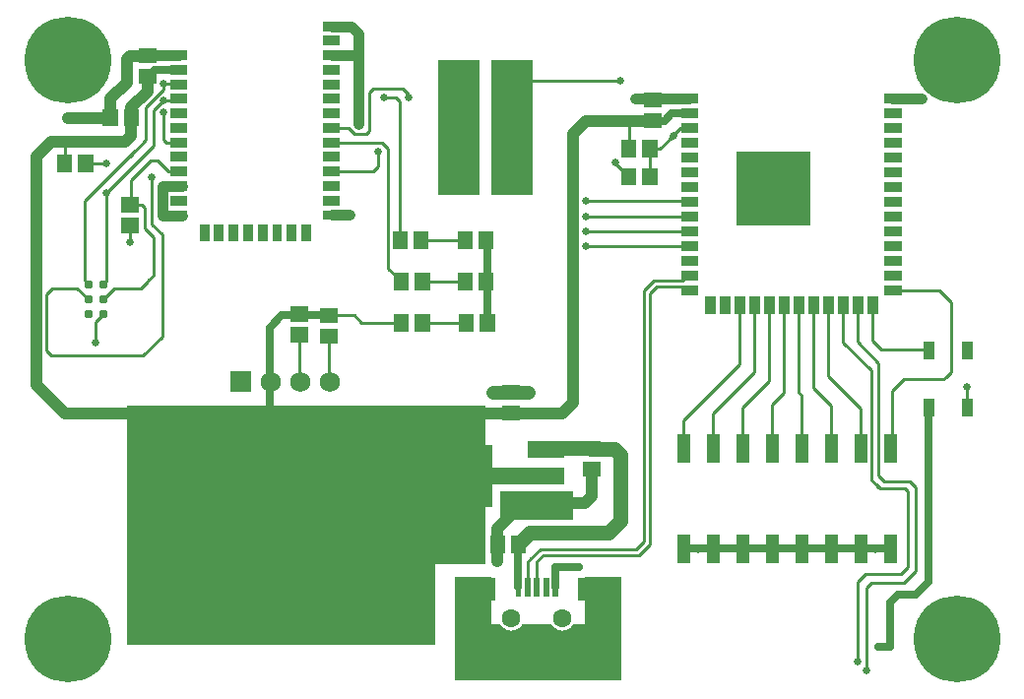
<source format=gbr>
G04 start of page 2 for group 0 idx 0 *
G04 Title: (unknown), top *
G04 Creator: pcb 4.0.2 *
G04 CreationDate: Sun Oct 16 04:01:38 2022 UTC *
G04 For: ndholmes *
G04 Format: Gerber/RS-274X *
G04 PCB-Dimensions (mil): 3350.00 2300.00 *
G04 PCB-Coordinate-Origin: lower left *
%MOIN*%
%FSLAX25Y25*%
%LNTOP*%
%ADD30C,0.0390*%
%ADD29C,0.1285*%
%ADD28C,0.0433*%
%ADD27C,0.0380*%
%ADD26C,0.0935*%
%ADD25C,0.0790*%
%ADD24C,0.0120*%
%ADD23C,0.0260*%
%ADD22C,0.0310*%
%ADD21C,0.2937*%
%ADD20C,0.0633*%
%ADD19C,0.0680*%
%ADD18C,0.0550*%
%ADD17C,0.0500*%
%ADD16C,0.0450*%
%ADD15C,0.0400*%
%ADD14C,0.0350*%
%ADD13C,0.0250*%
%ADD12C,0.0100*%
%ADD11C,0.0001*%
G54D11*G36*
X142500Y213000D02*X156500D01*
Y167500D01*
X142500D01*
Y213000D01*
G37*
G36*
X160500D02*X174500D01*
Y167500D01*
X160500D01*
Y213000D01*
G37*
G36*
X243500Y182000D02*X268500D01*
Y157000D01*
X243500D01*
Y182000D01*
G37*
G36*
X158500Y81500D02*Y62000D01*
X95500D01*
Y81500D01*
X158500D01*
G37*
G36*
X95500Y96000D02*X158500D01*
Y72000D01*
X95500D01*
Y96000D01*
G37*
G36*
X37000D02*X141500D01*
Y15000D01*
X37000D01*
Y96000D01*
G37*
G36*
X104000Y88500D02*X158500D01*
Y42500D01*
X104000D01*
Y88500D01*
G37*
G36*
X148000Y22000D02*X163518D01*
X163797Y21544D01*
X164223Y21046D01*
X164721Y20620D01*
X165280Y20277D01*
X165886Y20026D01*
X166524Y19873D01*
X167177Y19822D01*
X167831Y19873D01*
X168468Y20026D01*
X169074Y20277D01*
X169633Y20620D01*
X170132Y21046D01*
X170557Y21544D01*
X170837Y22000D01*
X180840D01*
X181120Y21544D01*
X181546Y21046D01*
X182044Y20620D01*
X182603Y20277D01*
X183209Y20026D01*
X183846Y19873D01*
X184500Y19822D01*
X185154Y19873D01*
X185791Y20026D01*
X186397Y20277D01*
X186956Y20620D01*
X187454Y21046D01*
X187880Y21544D01*
X188160Y22000D01*
X204500D01*
Y3000D01*
X148000D01*
Y22000D01*
G37*
G36*
X192000Y32000D02*X204500D01*
Y3500D01*
X192000D01*
Y32000D01*
G37*
G36*
X148000D02*X160500D01*
Y3500D01*
X148000D01*
Y32000D01*
G37*
G36*
Y38000D02*X160500D01*
Y9500D01*
X148000D01*
Y38000D01*
G37*
G36*
X192000D02*X204500D01*
Y9500D01*
X192000D01*
Y38000D01*
G37*
G36*
X163500Y67000D02*X188000D01*
Y57500D01*
X163500D01*
Y67000D01*
G37*
G54D12*X244480Y130091D02*Y109980D01*
X225500Y91000D01*
Y81450D01*
X235500Y93500D02*Y81450D01*
X249480Y107480D02*X235500Y93500D01*
X245500Y95500D02*Y81450D01*
X289000Y76000D02*Y108000D01*
X291500Y110500D02*Y76000D01*
X289000Y108000D02*X279500Y117500D01*
Y130071D01*
X279480Y130091D01*
X284480D02*Y117520D01*
X291500Y110500D01*
X249480Y130091D02*Y107480D01*
X254480Y130091D02*Y104480D01*
X259480Y130091D02*Y100480D01*
X264480Y130091D02*Y100520D01*
X254480Y104480D02*X245500Y95500D01*
X259480Y100480D02*X255500Y96500D01*
Y81450D01*
X264480Y100520D02*X265500Y99500D01*
Y81450D01*
X269480Y130091D02*Y102020D01*
X274480Y130091D02*Y106020D01*
X289520Y130091D02*Y117980D01*
X292500Y115000D01*
X308150D01*
X308504Y114646D01*
X269480Y102020D02*X275500Y96000D01*
Y81450D01*
X274480Y106020D02*X285500Y95000D01*
Y81450D01*
X296050Y101050D02*X300000Y105000D01*
X313500D01*
X296449Y135012D02*X311988D01*
X316000Y131000D01*
Y107500D01*
X314250Y105750D01*
G54D13*X225500Y47550D02*X295500D01*
G54D12*X287500Y9500D02*Y20000D01*
X284500Y9500D02*Y20500D01*
X287500Y6500D02*Y11000D01*
X284500Y18500D02*Y36500D01*
X287000Y39000D01*
X287500Y17000D02*Y34500D01*
X287000Y39000D02*X299000D01*
X301500Y41500D01*
X300000Y36000D02*X304000Y40000D01*
G54D13*X295500Y14500D02*Y26000D01*
X298000Y32000D02*X295500Y29500D01*
Y21000D01*
X291500Y14500D02*X295500D01*
G54D12*X301500Y41500D02*Y54000D01*
X304000Y40000D02*Y55000D01*
X287500Y34500D02*X289000Y36000D01*
X300000D01*
X295550Y81500D02*X295500Y81450D01*
X321500Y102500D02*Y95358D01*
X321496Y95354D01*
X296050Y82000D02*Y101050D01*
G54D13*X308500Y85000D02*Y95500D01*
G54D12*X313500Y105000D02*X316000Y107500D01*
G54D13*X308500Y87000D02*Y36500D01*
G54D12*X304000Y53000D02*Y68500D01*
X302000Y70500D01*
X293500D01*
X300500Y68000D02*X301500Y67000D01*
Y50500D01*
X293500Y70500D02*X291500Y72500D01*
X289000Y71000D02*X291500Y68500D01*
X292000Y68000D02*X290750Y69250D01*
X292000Y68000D02*X300500D01*
X291500Y72500D02*Y77500D01*
X289000Y78500D02*Y71000D01*
G54D13*X308500Y36500D02*X304000Y32000D01*
X298000D01*
G54D14*X306000Y200000D02*X295961D01*
X227551Y200012D02*X217512D01*
G54D13*X217500Y200000D01*
G54D14*X209000D02*X219000D01*
G54D12*X204000Y206000D02*X169350D01*
X167400Y207950D01*
G54D13*X214500Y192500D02*X219000D01*
G54D12*X214000Y173500D02*Y183000D01*
X217500D01*
G54D13*X219000Y192500D02*X221500Y195000D01*
X227500D01*
G54D12*X227551Y190012D02*X224512D01*
X220500Y186000D01*
X217500Y183000D02*X221250Y186750D01*
G54D15*X215000Y192500D02*X192500D01*
X188000Y188000D01*
G54D12*X206914Y183000D02*Y192414D01*
X207000Y192500D01*
X202500Y178500D02*Y177914D01*
X206914Y173500D01*
X214000Y60500D02*Y134000D01*
X212000Y135000D02*Y61500D01*
G54D15*X188000Y108000D02*Y97000D01*
X184500Y93500D01*
X154500D01*
G54D16*X161064Y100493D02*X173064D01*
G54D17*X204000Y79500D02*X202000Y81500D01*
X194000D01*
G54D15*X193957Y81543D01*
G54D13*X158957Y152000D02*Y124000D01*
G54D12*X137043D02*X151957D01*
Y138000D02*X137043D01*
X136543Y152000D02*X151457D01*
X130000Y152043D02*X129957Y152000D01*
X128000Y200500D02*X129500Y199000D01*
Y152043D01*
X129457Y152000D01*
X128000Y200500D02*X128500Y200000D01*
X125500Y142457D02*X129957Y138000D01*
X132500Y200500D02*Y201500D01*
X130500Y203500D01*
X128000D01*
X214000Y134000D02*X216500Y136500D01*
X220000D01*
X215500Y138500D02*X212000Y135000D01*
X215500Y138500D02*X225000D01*
X226000Y139500D01*
X219000Y136500D02*X225000D01*
X226000Y135500D01*
G54D15*X188000Y188000D02*Y107000D01*
G54D12*X228000Y165500D02*X203000D01*
X192500D02*X205500D01*
X227551Y160012D02*X192512D01*
X192500Y160000D01*
X227551Y155012D02*X192512D01*
X192500Y155000D01*
Y150000D02*X227539D01*
X227551Y150012D01*
X178000Y45500D02*X210500D01*
X177000Y47500D02*X209500D01*
X210500Y45500D02*X214000Y49000D01*
X209500Y47500D02*X212000Y50000D01*
G54D17*X200000Y53000D02*X204000Y57000D01*
G54D12*X214000Y49000D02*Y63000D01*
X212000Y50000D02*Y67000D01*
X175500Y35067D02*X175839Y34728D01*
X172689Y34630D02*Y43189D01*
X175000Y45500D01*
X175783Y34783D02*Y43283D01*
G54D13*X182138Y34728D02*Y41362D01*
X182000Y41500D01*
X190000D01*
X169539Y34630D02*Y48996D01*
G54D18*X178900Y72200D02*X154500D01*
G54D15*X162500Y43500D02*Y54500D01*
G54D12*X173500Y44000D02*X177000Y47500D01*
X175783Y43283D02*X178000Y45500D01*
G54D15*X162500Y54500D02*X167000Y59000D01*
G54D13*X169539Y48996D02*X169543Y49000D01*
G54D15*X169539Y48961D02*Y49039D01*
G54D17*X173500Y53000D01*
G54D15*X194500Y74457D02*Y65500D01*
X192000Y63000D01*
X179100D01*
G54D17*X194500Y81543D02*X179143D01*
G54D15*X178900Y81300D01*
G54D17*X173500Y53000D02*X200000D01*
X204000Y57000D02*Y79500D01*
G54D13*X85500Y104000D02*Y90000D01*
G54D15*X51000Y93500D02*X16000D01*
X6500Y103000D01*
G54D12*X95500Y104500D02*Y120000D01*
X105500Y104000D02*Y120000D01*
G54D13*Y126543D02*X89543D01*
X85500Y122500D01*
Y104500D01*
G54D12*X105457Y126543D02*X113957D01*
X116500Y124000D01*
X129957D01*
X9800Y122500D02*Y114700D01*
X11500Y113000D01*
X42500D01*
X49000Y119500D01*
G54D14*X54701Y214646D02*X45646D01*
G54D13*X54701Y209724D02*X46267D01*
G54D12*X49500Y205000D02*X54504D01*
X54701Y204803D01*
X49500Y205000D02*Y203000D01*
G54D13*X46267Y209724D02*X44000Y207457D01*
Y203000D02*Y207000D01*
X43772Y207228D01*
G54D15*X44000Y202500D02*Y207457D01*
G54D13*X38457Y193500D02*Y197457D01*
X44000Y203000D01*
G54D15*X38500Y192500D02*Y197000D01*
X44000Y202500D01*
X31371Y193500D02*Y199871D01*
X37000Y205500D01*
Y213500D01*
X38000Y214500D01*
X43957D01*
X44000Y214543D01*
G54D12*X49500Y203000D02*X43500Y197000D01*
X49500Y199500D02*X54319D01*
X54701Y199882D01*
X49500Y199500D02*X46000Y196000D01*
X49500Y193000D02*Y195500D01*
X30100Y186100D02*Y186600D01*
G54D15*X36500Y185500D02*X38500Y187500D01*
Y193457D01*
X38457Y193500D01*
G54D12*X43500Y197000D02*Y186000D01*
X46000Y196000D02*Y185000D01*
Y185500D02*Y184000D01*
X26500Y117400D02*Y124500D01*
X23900Y132000D02*X20200Y135700D01*
X11800D01*
X9800Y133700D02*Y118900D01*
X49000Y119500D02*Y154000D01*
X46000Y153000D02*Y140100D01*
X43500Y137600D01*
X30100Y146900D02*Y168100D01*
X35500Y173500D01*
G54D15*X6500Y103000D02*Y180500D01*
G54D12*X11800Y135700D02*X9800Y133700D01*
X22800Y143700D02*Y165300D01*
X36500Y179000D01*
X30000Y178000D02*X23043D01*
X22800Y147700D02*Y138200D01*
X30100Y148100D02*Y138100D01*
X41700Y135800D02*X32700D01*
X38500D02*X41700D01*
X26500Y124500D02*X29000Y127000D01*
X44500Y138600D02*X42900Y137000D01*
X38000Y151500D02*Y156957D01*
X41700Y135800D02*X44000Y138100D01*
X22800Y138200D02*X24000Y137000D01*
X30100Y138100D02*X29000Y137000D01*
Y132000D02*Y132100D01*
X32700Y135800D01*
X24000Y132000D02*X23900D01*
G54D13*X54555Y170500D02*X54701Y170354D01*
X54689Y160500D02*X54701Y160512D01*
G54D14*X49000Y170500D02*Y160500D01*
Y170500D02*X55555D01*
X49000Y160500D02*X55689D01*
G54D12*X49500Y186000D02*X50500Y185000D01*
X54583D01*
X54701Y185118D01*
X46000Y184000D02*X33500Y171500D01*
X38043Y164000D02*X38000Y164043D01*
X38272Y163772D02*Y172272D01*
X35500Y178000D02*X39750Y182250D01*
X47500Y179000D02*X51000Y175500D01*
X51224Y175276D02*X50000Y176500D01*
X54701Y175276D02*X51224D01*
G54D15*X6500Y180500D02*X11500Y185500D01*
X36500D01*
X17000Y193500D02*X31371D01*
G54D12*X43500Y186000D02*X38000Y180500D01*
X49500Y194500D02*Y186000D01*
X45000Y179000D02*X47500D01*
X16000Y185500D02*Y178043D01*
X15957Y178000D01*
X38272Y172272D02*X45000Y179000D01*
X49000Y154000D02*X45500Y157500D01*
X38272Y164000D02*X42000D01*
X43000Y163000D01*
Y156000D01*
X46000Y153000D01*
X45500Y157500D02*Y173500D01*
X22800Y177757D02*X23043Y178000D01*
G54D13*X112488Y160512D02*X112500Y160500D01*
G54D14*X106299Y160512D02*X112488D01*
G54D12*X125500Y183000D02*Y142457D01*
X106299Y175276D02*X120276D01*
X122000Y177000D01*
Y182000D01*
G54D13*X115354Y214646D02*X115500Y214500D01*
G54D14*X106299Y214646D02*X115354D01*
X115500Y222000D02*Y195500D01*
X113012Y224488D02*X115500Y222000D01*
X106299Y224488D02*X113012D01*
G54D12*X106299Y185118D02*X123382D01*
X125500Y183000D01*
X120500Y203500D02*X130000D01*
X124000Y200500D02*X128000D01*
X119000Y189000D02*Y202000D01*
X120500Y203500D01*
X106299Y190039D02*X111961D01*
X113000Y189000D01*
G54D14*X115500Y191500D02*Y201500D01*
G54D13*Y191000D02*Y194500D01*
G54D12*X117000Y188000D02*X114000D01*
X112750Y189250D01*
X116500Y188000D02*X118000D01*
X119000Y189000D01*
G54D11*G36*
X72198Y107514D02*Y100714D01*
X78998D01*
Y107514D01*
X72198D01*
G37*
G54D19*X85598Y104114D03*
X95598D03*
X105598D03*
G54D20*X167177Y24000D03*
X184500D03*
G54D21*X318000Y17000D03*
Y213000D03*
X17000D03*
Y17000D03*
G54D11*G36*
X191548Y84102D02*Y78984D01*
X197452D01*
Y84102D01*
X191548D01*
G37*
G36*
Y77016D02*Y71898D01*
X197452D01*
Y77016D01*
X191548D01*
G37*
G36*
X227700Y52350D02*X223300D01*
Y42750D01*
X227700D01*
Y52350D01*
G37*
G36*
Y86250D02*X223300D01*
Y76650D01*
X227700D01*
Y86250D01*
G37*
G36*
X237700Y52350D02*X233300D01*
Y42750D01*
X237700D01*
Y52350D01*
G37*
G36*
Y86250D02*X233300D01*
Y76650D01*
X237700D01*
Y86250D01*
G37*
G36*
X247700Y52350D02*X243300D01*
Y42750D01*
X247700D01*
Y52350D01*
G37*
G36*
Y86250D02*X243300D01*
Y76650D01*
X247700D01*
Y86250D01*
G37*
G36*
X257700Y52350D02*X253300D01*
Y42750D01*
X257700D01*
Y52350D01*
G37*
G36*
Y86250D02*X253300D01*
Y76650D01*
X257700D01*
Y86250D01*
G37*
G36*
X267700D02*X263300D01*
Y76650D01*
X267700D01*
Y86250D01*
G37*
G36*
X277700D02*X273300D01*
Y76650D01*
X277700D01*
Y86250D01*
G37*
G36*
X287700D02*X283300D01*
Y76650D01*
X287700D01*
Y86250D01*
G37*
G36*
X297700D02*X293300D01*
Y76650D01*
X297700D01*
Y86250D01*
G37*
G36*
X267700Y52350D02*X263300D01*
Y42750D01*
X267700D01*
Y52350D01*
G37*
G36*
X277700D02*X273300D01*
Y42750D01*
X277700D01*
Y52350D01*
G37*
G36*
X287700D02*X283300D01*
Y42750D01*
X287700D01*
Y52350D01*
G37*
G36*
X297700D02*X293300D01*
Y42750D01*
X297700D01*
Y52350D01*
G37*
G36*
X172102Y51952D02*X166984D01*
Y46048D01*
X172102D01*
Y51952D01*
G37*
G36*
X165016D02*X159898D01*
Y46048D01*
X165016D01*
Y51952D01*
G37*
G36*
X176823Y37780D02*X174854D01*
Y31480D01*
X176823D01*
Y37780D01*
G37*
G36*
X176724Y36697D02*X174953D01*
Y32760D01*
X176724D01*
Y36697D01*
G37*
G36*
X170524Y37780D02*X168555D01*
Y31480D01*
X170524D01*
Y37780D01*
G37*
G36*
X170425Y36697D02*X168654D01*
Y32760D01*
X170425D01*
Y36697D01*
G37*
G36*
X173673Y37780D02*X171705D01*
Y31480D01*
X173673D01*
Y37780D01*
G37*
G36*
X173575Y36697D02*X171803D01*
Y32760D01*
X173575D01*
Y36697D01*
G37*
G36*
X161862Y37780D02*X155563D01*
Y29906D01*
X161862D01*
Y37780D01*
G37*
G36*
X172800Y66000D02*Y60400D01*
X185000D01*
Y66000D01*
X172800D01*
G37*
G36*
Y75000D02*Y69400D01*
X185000D01*
Y75000D01*
X172800D01*
G37*
G36*
X160600Y82800D02*X148400D01*
Y61600D01*
X160600D01*
Y82800D01*
G37*
G36*
X172800Y84100D02*Y78500D01*
X185000D01*
Y84100D01*
X172800D01*
G37*
G36*
X179972Y37780D02*X178004D01*
Y31480D01*
X179972D01*
Y37780D01*
G37*
G36*
X179874Y36697D02*X178102D01*
Y32760D01*
X179874D01*
Y36697D01*
G37*
G36*
X183122Y37780D02*X181154D01*
Y31480D01*
X183122D01*
Y37780D01*
G37*
G36*
X183024Y36697D02*X181252D01*
Y32760D01*
X183024D01*
Y36697D01*
G37*
G36*
X161862Y16126D02*X155563D01*
Y8252D01*
X161862D01*
Y16126D01*
G37*
G36*
X196114D02*X189815D01*
Y8252D01*
X196114D01*
Y16126D01*
G37*
G36*
Y37780D02*X189815D01*
Y29906D01*
X196114D01*
Y37780D01*
G37*
G36*
X224598Y161783D02*Y158240D01*
X230504D01*
Y161783D01*
X224598D01*
G37*
G36*
Y156783D02*Y153240D01*
X230504D01*
Y156783D01*
X224598D01*
G37*
G36*
Y151783D02*Y148240D01*
X230504D01*
Y151783D01*
X224598D01*
G37*
G36*
Y146783D02*Y143240D01*
X230504D01*
Y146783D01*
X224598D01*
G37*
G36*
Y141783D02*Y138240D01*
X230504D01*
Y141783D01*
X224598D01*
G37*
G36*
Y136783D02*Y133240D01*
X230504D01*
Y136783D01*
X224598D01*
G37*
G36*
X236252Y133043D02*X232709D01*
Y127138D01*
X236252D01*
Y133043D01*
G37*
G36*
X241252D02*X237709D01*
Y127138D01*
X241252D01*
Y133043D01*
G37*
G36*
X246252D02*X242709D01*
Y127138D01*
X246252D01*
Y133043D01*
G37*
G36*
X254323Y176902D02*Y173358D01*
X257866D01*
Y176902D01*
X254323D01*
G37*
G36*
X248811D02*Y173358D01*
X252354D01*
Y176902D01*
X248811D01*
G37*
G36*
X254323Y171390D02*Y167846D01*
X257866D01*
Y171390D01*
X254323D01*
G37*
G36*
X248811D02*Y167846D01*
X252354D01*
Y171390D01*
X248811D01*
G37*
G36*
X254323Y165878D02*Y162335D01*
X257866D01*
Y165878D01*
X254323D01*
G37*
G36*
X248811D02*Y162335D01*
X252354D01*
Y165878D01*
X248811D01*
G37*
G36*
X259835Y176902D02*Y173358D01*
X263378D01*
Y176902D01*
X259835D01*
G37*
G36*
Y171390D02*Y167846D01*
X263378D01*
Y171390D01*
X259835D01*
G37*
G36*
Y165878D02*Y162335D01*
X263378D01*
Y165878D01*
X259835D01*
G37*
G36*
X224598Y186783D02*Y183240D01*
X230504D01*
Y186783D01*
X224598D01*
G37*
G36*
Y181783D02*Y178240D01*
X230504D01*
Y181783D01*
X224598D01*
G37*
G36*
Y176783D02*Y173240D01*
X230504D01*
Y176783D01*
X224598D01*
G37*
G36*
Y171783D02*Y168240D01*
X230504D01*
Y171783D01*
X224598D01*
G37*
G36*
Y201783D02*Y198240D01*
X230504D01*
Y201783D01*
X224598D01*
G37*
G36*
Y196783D02*Y193240D01*
X230504D01*
Y196783D01*
X224598D01*
G37*
G36*
Y191783D02*Y188240D01*
X230504D01*
Y191783D01*
X224598D01*
G37*
G36*
Y166783D02*Y163240D01*
X230504D01*
Y166783D01*
X224598D01*
G37*
G36*
X216559Y176452D02*X211441D01*
Y170548D01*
X216559D01*
Y176452D01*
G37*
G36*
Y185952D02*X211441D01*
Y180048D01*
X216559D01*
Y185952D01*
G37*
G36*
X209473D02*X204355D01*
Y180048D01*
X209473D01*
Y185952D01*
G37*
G36*
X212048Y195016D02*Y189898D01*
X217952D01*
Y195016D01*
X212048D01*
G37*
G36*
Y202102D02*Y196984D01*
X217952D01*
Y202102D01*
X212048D01*
G37*
G36*
X170150Y176200D02*X164650D01*
Y167900D01*
X170150D01*
Y176200D01*
G37*
G36*
X152350D02*X146850D01*
Y167900D01*
X152350D01*
Y176200D01*
G37*
G36*
X139102Y154952D02*X133984D01*
Y149048D01*
X139102D01*
Y154952D01*
G37*
G36*
X161102D02*X155984D01*
Y149048D01*
X161102D01*
Y154952D01*
G37*
G36*
X154016D02*X148898D01*
Y149048D01*
X154016D01*
Y154952D01*
G37*
G36*
X251252Y133043D02*X247709D01*
Y127138D01*
X251252D01*
Y133043D01*
G37*
G36*
X256252D02*X252709D01*
Y127138D01*
X256252D01*
Y133043D01*
G37*
G36*
X261252D02*X257709D01*
Y127138D01*
X261252D01*
Y133043D01*
G37*
G36*
X266252D02*X262709D01*
Y127138D01*
X266252D01*
Y133043D01*
G37*
G36*
X271252D02*X267709D01*
Y127138D01*
X271252D01*
Y133043D01*
G37*
G36*
X276252D02*X272709D01*
Y127138D01*
X276252D01*
Y133043D01*
G37*
G36*
X281252D02*X277709D01*
Y127138D01*
X281252D01*
Y133043D01*
G37*
G36*
X286252D02*X282709D01*
Y127138D01*
X286252D01*
Y133043D01*
G37*
G36*
X291291D02*X287748D01*
Y127138D01*
X291291D01*
Y133043D01*
G37*
G36*
X293496Y201783D02*Y198240D01*
X299402D01*
Y201783D01*
X293496D01*
G37*
G36*
Y196783D02*Y193240D01*
X299402D01*
Y196783D01*
X293496D01*
G37*
G36*
Y191783D02*Y188240D01*
X299402D01*
Y191783D01*
X293496D01*
G37*
G36*
Y186783D02*Y183240D01*
X299402D01*
Y186783D01*
X293496D01*
G37*
G36*
Y181783D02*Y178240D01*
X299402D01*
Y181783D01*
X293496D01*
G37*
G36*
Y176783D02*Y173240D01*
X299402D01*
Y176783D01*
X293496D01*
G37*
G36*
Y171783D02*Y168240D01*
X299402D01*
Y171783D01*
X293496D01*
G37*
G36*
Y166783D02*Y163240D01*
X299402D01*
Y166783D01*
X293496D01*
G37*
G36*
Y161783D02*Y158240D01*
X299402D01*
Y161783D01*
X293496D01*
G37*
G36*
Y156783D02*Y153240D01*
X299402D01*
Y156783D01*
X293496D01*
G37*
G36*
Y151783D02*Y148240D01*
X299402D01*
Y151783D01*
X293496D01*
G37*
G36*
Y146783D02*Y143240D01*
X299402D01*
Y146783D01*
X293496D01*
G37*
G36*
Y141783D02*Y138240D01*
X299402D01*
Y141783D01*
X293496D01*
G37*
G36*
Y136783D02*Y133240D01*
X299402D01*
Y136783D01*
X293496D01*
G37*
G36*
X310276Y98307D02*X306732D01*
Y92402D01*
X310276D01*
Y98307D01*
G37*
G36*
X323268D02*X319724D01*
Y92402D01*
X323268D01*
Y98307D01*
G37*
G36*
X310276Y117598D02*X306732D01*
Y111693D01*
X310276D01*
Y117598D01*
G37*
G36*
X323268D02*X319724D01*
Y111693D01*
X323268D01*
Y117598D01*
G37*
G36*
X139602Y126952D02*X134484D01*
Y121048D01*
X139602D01*
Y126952D01*
G37*
G36*
X161602D02*X156484D01*
Y121048D01*
X161602D01*
Y126952D01*
G37*
G36*
X154516D02*X149398D01*
Y121048D01*
X154516D01*
Y126952D01*
G37*
G36*
X161102Y140952D02*X155984D01*
Y135048D01*
X161102D01*
Y140952D01*
G37*
G36*
X154016D02*X148898D01*
Y135048D01*
X154016D01*
Y140952D01*
G37*
G36*
X132516Y126952D02*X127398D01*
Y121048D01*
X132516D01*
Y126952D01*
G37*
G36*
X139602Y140952D02*X134484D01*
Y135048D01*
X139602D01*
Y140952D01*
G37*
G36*
X132516D02*X127398D01*
Y135048D01*
X132516D01*
Y140952D01*
G37*
G36*
X164112Y96009D02*Y90891D01*
X170016D01*
Y96009D01*
X164112D01*
G37*
G36*
Y103095D02*Y97977D01*
X170016D01*
Y103095D01*
X164112D01*
G37*
G36*
X209473Y176452D02*X204355D01*
Y170548D01*
X209473D01*
Y176452D01*
G37*
G36*
X25602Y180952D02*X20484D01*
Y175048D01*
X25602D01*
Y180952D01*
G37*
G36*
X18516D02*X13398D01*
Y175048D01*
X18516D01*
Y180952D01*
G37*
G36*
X51850Y176926D02*Y173626D01*
X57552D01*
Y176926D01*
X51850D01*
G37*
G36*
X103448D02*Y173626D01*
X109150D01*
Y176926D01*
X103448D01*
G37*
G54D22*X24000Y137000D03*
X29000D03*
X24000Y132000D03*
Y127000D03*
X29000Y132000D03*
Y127000D03*
G54D11*G36*
X41016Y196452D02*X35898D01*
Y190548D01*
X41016D01*
Y196452D01*
G37*
G36*
X33930D02*X28812D01*
Y190548D01*
X33930D01*
Y196452D01*
G37*
G36*
X41048Y210016D02*Y204898D01*
X46952D01*
Y210016D01*
X41048D01*
G37*
G36*
Y217102D02*Y211984D01*
X46952D01*
Y217102D01*
X41048D01*
G37*
G36*
X51850Y216296D02*Y212996D01*
X57552D01*
Y216296D01*
X51850D01*
G37*
G36*
Y211374D02*Y208074D01*
X57552D01*
Y211374D01*
X51850D01*
G37*
G36*
Y206453D02*Y203153D01*
X57552D01*
Y206453D01*
X51850D01*
G37*
G36*
Y201532D02*Y198232D01*
X57552D01*
Y201532D01*
X51850D01*
G37*
G36*
Y196611D02*Y193311D01*
X57552D01*
Y196611D01*
X51850D01*
G37*
G36*
Y191689D02*Y188389D01*
X57552D01*
Y191689D01*
X51850D01*
G37*
G36*
X170150Y212100D02*X164650D01*
Y203800D01*
X170150D01*
Y212100D01*
G37*
G36*
X152350D02*X146850D01*
Y203800D01*
X152350D01*
Y212100D01*
G37*
G36*
X51850Y186768D02*Y183468D01*
X57552D01*
Y186768D01*
X51850D01*
G37*
G36*
Y181847D02*Y178547D01*
X57552D01*
Y181847D01*
X51850D01*
G37*
G36*
Y172004D02*Y168704D01*
X57552D01*
Y172004D01*
X51850D01*
G37*
G36*
Y167083D02*Y163783D01*
X57552D01*
Y167083D01*
X51850D01*
G37*
G36*
Y162162D02*Y158862D01*
X57552D01*
Y162162D01*
X51850D01*
G37*
G36*
X64926Y157300D02*X61626D01*
Y151602D01*
X64926D01*
Y157300D01*
G37*
G36*
X69847D02*X66547D01*
Y151602D01*
X69847D01*
Y157300D01*
G37*
G36*
X74768D02*X71468D01*
Y151602D01*
X74768D01*
Y157300D01*
G37*
G36*
X79689D02*X76389D01*
Y151602D01*
X79689D01*
Y157300D01*
G37*
G36*
X84611D02*X81311D01*
Y151602D01*
X84611D01*
Y157300D01*
G37*
G36*
X89532D02*X86232D01*
Y151602D01*
X89532D01*
Y157300D01*
G37*
G36*
X94453D02*X91153D01*
Y151602D01*
X94453D01*
Y157300D01*
G37*
G36*
X99374D02*X96074D01*
Y151602D01*
X99374D01*
Y157300D01*
G37*
G36*
X35048Y159516D02*Y154398D01*
X40952D01*
Y159516D01*
X35048D01*
G37*
G36*
Y166602D02*Y161484D01*
X40952D01*
Y166602D01*
X35048D01*
G37*
G36*
X132016Y154952D02*X126898D01*
Y149048D01*
X132016D01*
Y154952D01*
G37*
G36*
X103448Y162162D02*Y158862D01*
X109150D01*
Y162162D01*
X103448D01*
G37*
G36*
Y167083D02*Y163783D01*
X109150D01*
Y167083D01*
X103448D01*
G37*
G36*
Y172004D02*Y168704D01*
X109150D01*
Y172004D01*
X103448D01*
G37*
G36*
Y181847D02*Y178547D01*
X109150D01*
Y181847D01*
X103448D01*
G37*
G36*
Y186768D02*Y183468D01*
X109150D01*
Y186768D01*
X103448D01*
G37*
G36*
Y191689D02*Y188389D01*
X109150D01*
Y191689D01*
X103448D01*
G37*
G36*
Y196611D02*Y193311D01*
X109150D01*
Y196611D01*
X103448D01*
G37*
G36*
Y201532D02*Y198232D01*
X109150D01*
Y201532D01*
X103448D01*
G37*
G36*
Y206453D02*Y203153D01*
X109150D01*
Y206453D01*
X103448D01*
G37*
G36*
Y211374D02*Y208074D01*
X109150D01*
Y211374D01*
X103448D01*
G37*
G36*
Y216296D02*Y212996D01*
X109150D01*
Y216296D01*
X103448D01*
G37*
G36*
Y221217D02*Y217917D01*
X109150D01*
Y221217D01*
X103448D01*
G37*
G36*
Y226138D02*Y222838D01*
X109150D01*
Y226138D01*
X103448D01*
G37*
G36*
X102548Y122016D02*Y116898D01*
X108452D01*
Y122016D01*
X102548D01*
G37*
G36*
Y129102D02*Y123984D01*
X108452D01*
Y129102D01*
X102548D01*
G37*
G36*
X92548Y122516D02*Y117398D01*
X98452D01*
Y122516D01*
X92548D01*
G37*
G36*
Y129602D02*Y124484D01*
X98452D01*
Y129602D01*
X92548D01*
G37*
G54D23*X246000Y175000D03*
Y171500D03*
Y167500D03*
Y164000D03*
X230500Y47500D03*
X266000Y175000D03*
Y171500D03*
X321500Y102500D03*
X290500Y47500D03*
X284500Y9500D03*
X287500Y6500D03*
X295500Y14500D03*
X291500D03*
X306000Y200000D03*
X302000D03*
X262000Y179500D03*
X258500D03*
X254000D03*
X202500Y178500D03*
X250500Y179500D03*
Y159500D03*
X254000D03*
X266000Y167500D03*
Y164000D03*
X258500Y159500D03*
X262000D03*
X192500Y165500D03*
Y160000D03*
Y155000D03*
Y150000D03*
X26500Y117400D03*
X112500Y160500D03*
X159000Y145500D03*
X38000Y151500D03*
X49000Y160500D03*
X21000Y193500D03*
X17000D03*
X45500Y173500D03*
X49000Y170500D03*
X149500Y190000D03*
X30100Y168100D03*
X30000Y178000D03*
X25000Y193500D03*
X49500Y205000D03*
Y199500D03*
Y195500D03*
X221500Y200000D03*
X209000D03*
X222000Y187500D03*
X115500Y191000D03*
X132500Y200500D03*
X115500Y194500D03*
X122000Y182000D03*
X124000Y200500D03*
X204000Y206000D03*
X182000Y41500D03*
X186000D03*
X190000D03*
X162500Y43500D03*
Y54500D03*
X166000Y61000D03*
X194500Y69500D03*
X161064Y100493D03*
X173064D03*
X166000Y64500D03*
X170000Y61000D03*
Y64500D03*
X169500Y43500D03*
G54D24*G54D25*G54D26*G54D27*G54D25*G54D28*G54D29*G54D26*G54D30*G54D29*M02*

</source>
